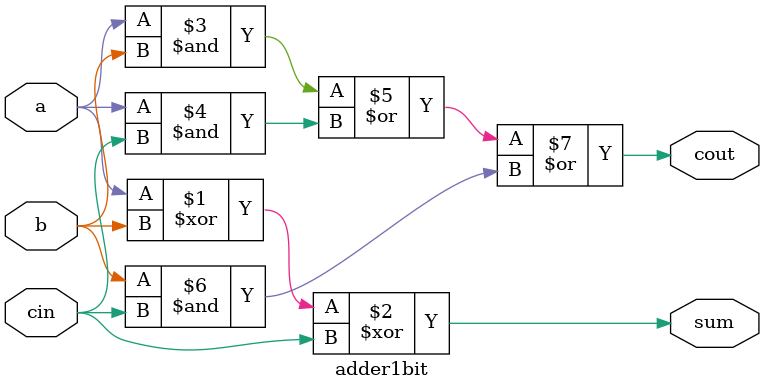
<source format=sv>
module adder1bit (
    input logic a, b, cin,
    output logic sum, cout
);
    assign sum = a ^ b ^ cin;
    assign cout = a & b | a & cin | b & cin;

endmodule // adder1bit
</source>
